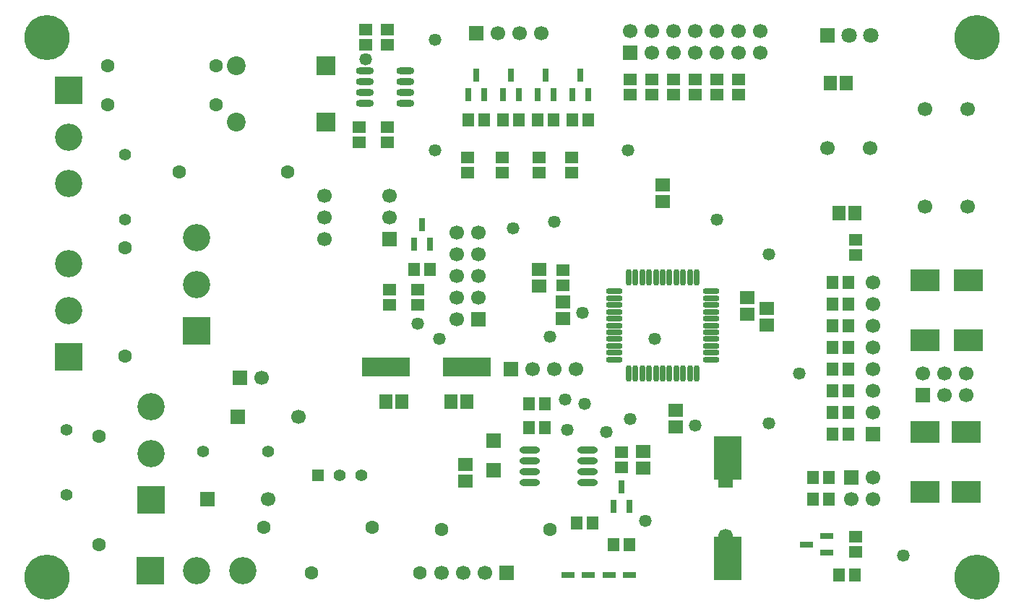
<source format=gts>
%FSTAX53Y53*%
%MOMM*%
%SFA1B1*%

%IPPOS*%
%ADD10R,1.399997X1.599997*%
%ADD11R,1.699997X1.499997*%
%ADD12R,1.599997X1.399997*%
%ADD13R,0.799998X1.649997*%
%ADD14R,1.649997X0.749999*%
%ADD15O,2.399995X0.799998*%
%ADD16R,1.699997X1.699997*%
%ADD17R,3.199994X5.199990*%
%ADD18R,1.499997X1.699997*%
%ADD19O,2.099996X0.799998*%
%ADD20R,1.649997X0.799998*%
%ADD21R,3.499993X2.599995*%
%ADD22R,5.699989X2.199996*%
%ADD23O,0.749999X1.949996*%
%ADD24O,1.949996X0.749999*%
%ADD25C,3.199994*%
%ADD26R,3.199994X3.199994*%
%ADD27R,1.699997X1.699997*%
%ADD28C,1.699997*%
%ADD29R,1.799996X1.799996*%
%ADD30C,1.799996*%
%ADD31C,1.599997*%
%ADD32C,3.199994*%
%ADD33R,3.199994X3.199994*%
%ADD34C,1.399997*%
%ADD35R,3.199994X3.199994*%
%ADD36R,1.399997X1.399997*%
%ADD37C,2.199996*%
%ADD38R,2.199996X2.199996*%
%ADD39C,5.279989*%
%ADD40C,1.469997*%
%LNmain_board_pcb-1*%
%LPD*%
G54D10*
X00089019Y00078229D03*
X00090819D03*
X00077349Y00093979D03*
X00075549D03*
X00100719Y00061719D03*
X00098919D03*
X00094599Y00064259D03*
X00096399D03*
X00089019Y00075439D03*
X00090819D03*
X00125339Y00058169D03*
X00127139D03*
X00095899Y00111509D03*
X00094099D03*
X00091829D03*
X00090029D03*
X00122289Y00067059D03*
X00124089D03*
X00122289Y00069599D03*
X00124089D03*
X00124579Y00077219D03*
X00126379D03*
X00124579Y00074679D03*
X00126379D03*
X00083699Y00111509D03*
X00081899D03*
X00124579Y00092459D03*
X00126379D03*
X00124579Y00089919D03*
X00126379D03*
X00124579Y00087379D03*
X00126379D03*
X00124579Y00082299D03*
X00126379D03*
X00124579Y00084839D03*
X00126379D03*
X00124579Y00079759D03*
X00126379D03*
X00087769Y00111509D03*
X00085969D03*
G54D11*
X00092959Y00090099D03*
Y00088199D03*
X00081529Y00071049D03*
Y00069149D03*
X00106169Y00075499D03*
Y00077399D03*
X00102359Y00072579D03*
Y00070679D03*
X00090169Y00093909D03*
Y00092009D03*
X00114549Y00090609D03*
Y00088709D03*
X00116839Y00087439D03*
Y00089339D03*
X00104649Y00101919D03*
Y00103819D03*
G54D12*
X00075949Y00089779D03*
Y00091579D03*
X00072639Y00089779D03*
Y00091579D03*
X00072389Y00120259D03*
Y00122059D03*
X00069849Y00120259D03*
Y00122059D03*
X00085849Y00105269D03*
Y00107069D03*
X00127249Y00062619D03*
Y00060819D03*
X00113539Y00116219D03*
Y00114419D03*
X00110999Y00116219D03*
Y00114419D03*
X00108459Y00116219D03*
Y00114419D03*
X00105919Y00116219D03*
Y00114419D03*
X00103379Y00116219D03*
Y00114419D03*
X00100839Y00116219D03*
Y00114419D03*
X00127249Y00095619D03*
Y00097419D03*
X00099819Y00070729D03*
Y00072529D03*
X00092959Y00092059D03*
Y00093859D03*
X00069089Y00108829D03*
Y00110629D03*
X00072389Y00108829D03*
Y00110629D03*
X00081789Y00105269D03*
Y00107069D03*
X00090169Y00105269D03*
Y00107069D03*
X00093979Y00105269D03*
Y00107069D03*
G54D13*
X00099819Y00068489D03*
X00100769Y00066139D03*
X00098869D03*
X00082799Y00116749D03*
X00083749Y00114389D03*
X00081849D03*
X00086869Y00116749D03*
X00087819Y00114389D03*
X00085919D03*
X00094999Y00116749D03*
X00095949Y00114389D03*
X00094049D03*
X00090929Y00116749D03*
X00091879Y00114389D03*
X00089979D03*
X00076449Y00099219D03*
X00077399Y00096869D03*
X00075499D03*
G54D14*
X00100739Y00058169D03*
X00098389D03*
X00093569D03*
X00095919D03*
G54D15*
X00089059Y00072769D03*
Y00071499D03*
Y00070229D03*
Y00068959D03*
X00095859Y00072769D03*
Y00071499D03*
Y00070229D03*
Y00068959D03*
G54D16*
X00084839Y00073889D03*
Y00070389D03*
X00112029Y00069229D03*
X00126749Y00069599D03*
X00083059Y00088139D03*
X00129289Y00074679D03*
G54D17*
X00112269Y00071879D03*
Y00060079D03*
G54D18*
X00081719Y00078489D03*
X00079819D03*
X00072199D03*
X00074099D03*
X00124269Y00115819D03*
X00126169D03*
X00127189Y00100579D03*
X00125289D03*
G54D19*
X00069789Y00117219D03*
Y00115949D03*
Y00114679D03*
Y00113409D03*
X00074489Y00117219D03*
Y00115949D03*
Y00114679D03*
Y00113409D03*
G54D20*
X00121509Y00061719D03*
X00123859Y00062669D03*
Y00060769D03*
G54D21*
X00140459Y00085679D03*
Y00092629D03*
X00135379Y00085679D03*
Y00092629D03*
X00140209Y00067899D03*
Y00074849D03*
X00135379Y00067899D03*
Y00074849D03*
G54D22*
X00081709Y00082549D03*
X00072209D03*
G54D23*
X00100649Y00093029D03*
X00101449D03*
X00102249D03*
X00103049D03*
X00103849D03*
X00104649D03*
X00105449D03*
X00106249D03*
X00107049D03*
X00107849D03*
X00108649D03*
Y00081729D03*
X00107849D03*
X00107049D03*
X00106249D03*
X00105449D03*
X00104649D03*
X00103849D03*
X00103049D03*
X00102249D03*
X00101449D03*
X00100649D03*
G54D24*
X00110299Y00091379D03*
Y00090579D03*
Y00089779D03*
Y00088979D03*
Y00088179D03*
Y00087379D03*
Y00086579D03*
Y00085779D03*
Y00084979D03*
Y00084179D03*
Y00083379D03*
X00098999D03*
Y00084179D03*
Y00084979D03*
Y00085779D03*
Y00086579D03*
Y00087379D03*
Y00088179D03*
Y00088979D03*
Y00089779D03*
Y00090579D03*
Y00091379D03*
G54D25*
X00035049Y00104019D03*
Y00109469D03*
X00050039Y00097649D03*
Y00092199D03*
X00055489Y00058669D03*
X00050039D03*
X00044699Y00077839D03*
Y00072389D03*
G54D26*
X00035049Y00114919D03*
X00050039Y00086749D03*
X00044699Y00066939D03*
G54D27*
X00100839Y00119379D03*
X00055119Y00081279D03*
X00082799Y00121669D03*
X00135129Y00079249D03*
X00086359Y00058419D03*
X00086869Y00082299D03*
X00072639Y00097539D03*
X00051309Y00067059D03*
X00054869Y00076709D03*
G54D28*
X00100839Y00121919D03*
X00103379Y00119379D03*
Y00121919D03*
X00105919Y00119379D03*
Y00121919D03*
X00108459Y00119379D03*
Y00121919D03*
X00110999Y00119379D03*
Y00121919D03*
X00113539Y00119379D03*
Y00121919D03*
X00116079Y00119379D03*
Y00121919D03*
X00057659Y00081279D03*
X00112029Y00062729D03*
X00135419Y00112779D03*
X00140419D03*
X00135419Y00101349D03*
X00140419D03*
X00129289Y00067059D03*
X00126749D03*
X00129289Y00069599D03*
X00090419Y00121669D03*
X00087879D03*
X00085339D03*
X00128989Y00108199D03*
X00123989D03*
X00135129Y00081789D03*
X00137669Y00079249D03*
Y00081789D03*
X00140209Y00079249D03*
Y00081789D03*
X00078739Y00058419D03*
X00081279D03*
X00083819D03*
X00080519Y00098299D03*
X00083059D03*
X00080519Y00095759D03*
X00083059D03*
X00080519Y00093219D03*
X00083059D03*
X00080519Y00090679D03*
X00083059D03*
X00080519Y00088139D03*
X00094489Y00082299D03*
X00091949D03*
X00089409D03*
X00129289Y00077219D03*
Y00079759D03*
Y00082299D03*
Y00084839D03*
Y00087379D03*
Y00089919D03*
Y00092459D03*
X00065019Y00102619D03*
Y00100079D03*
Y00097539D03*
X00072639Y00102619D03*
Y00100079D03*
X00058409Y00067059D03*
X00061969Y00076709D03*
G54D29*
X00123949Y00121409D03*
G54D30*
X00126489Y00121409D03*
X00129029D03*
G54D31*
X00057909Y00063749D03*
X00070609D03*
X00041659Y00083819D03*
Y00096519D03*
X00091439Y00063499D03*
X00078739D03*
X00063499Y00058419D03*
X00076199D03*
X00060709Y00105409D03*
X00048009D03*
X00038609Y00061719D03*
Y00074419D03*
X00052319Y00113279D03*
X00039619D03*
X00052319Y00117859D03*
X00039619D03*
G54D32*
X00035049Y00094599D03*
Y00089149D03*
G54D33*
X00035049Y00083699D03*
G54D34*
X00041659Y00099819D03*
Y00107439D03*
X00066799Y00069849D03*
X00069339D03*
X00058419Y00072639D03*
X00050799D03*
X00034799Y00067559D03*
Y00075179D03*
G54D35*
X00044589Y00058669D03*
G54D36*
X00064259Y00069849D03*
G54D37*
X00054709Y00117859D03*
Y00111249D03*
G54D38*
X00065169Y00117859D03*
Y00111249D03*
G54D39*
X00141479Y00121159D03*
X00032509D03*
Y00057909D03*
X00141479D03*
G54D40*
X00093219Y00078739D03*
X00095499Y00078229D03*
X00108459Y00075689D03*
X00102619Y00064519D03*
X00100839Y00076449D03*
X00095249Y00088899D03*
X00078489Y00085849D03*
X00093469Y00075179D03*
X00098039Y00074929D03*
X00069849Y00118619D03*
X00075949Y00087629D03*
X00120649Y00081789D03*
X00117089Y00075949D03*
Y00095759D03*
X00100579Y00107949D03*
X00077979D03*
X00091949Y00099569D03*
X00077979Y00120899D03*
X00132839Y00060449D03*
X00087119Y00098809D03*
X00110999Y00099819D03*
X00103749Y00085849D03*
X00091439Y00086109D03*
M02*
</source>
